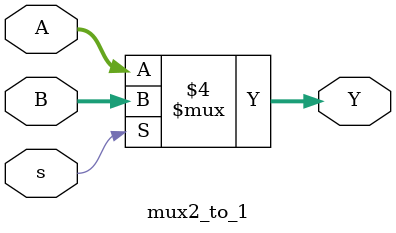
<source format=v>
 

module mux2_to_1

(
    input wire [31:0] A,
    input wire [31:0] B,
    input wire s,
    output reg [31:0] Y
    
);

    always @(*) begin

        if (s == 1'b0) begin
            Y = A;
        end else begin
            Y = B;
        end


    end

endmodule
</source>
